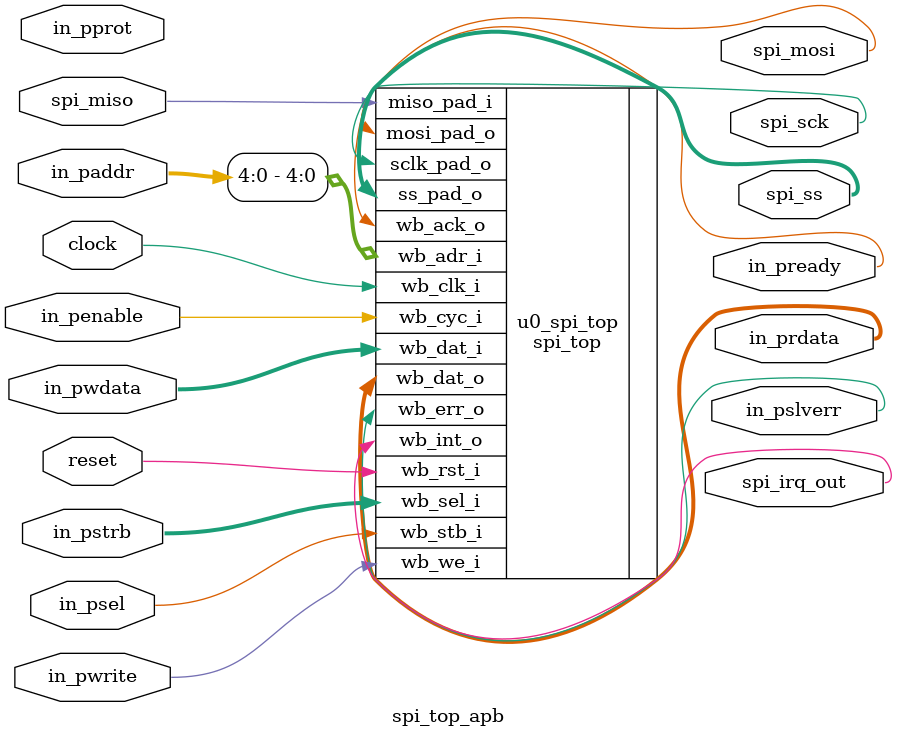
<source format=v>

module spi_top_apb #(
    parameter flash_addr_start = 32'h30000000,
    parameter flash_addr_end   = 32'h3fffffff,
    parameter spi_ss_num       = 8
) (
    input         clock,
    input         reset,
    input  [31:0] in_paddr,
    input         in_psel,
    input         in_penable,
    input  [ 2:0] in_pprot,
    input         in_pwrite,
    input  [31:0] in_pwdata,
    input  [ 3:0] in_pstrb,
    output        in_pready,
    output [31:0] in_prdata,
    output        in_pslverr,

    output                  spi_sck,
    output [spi_ss_num-1:0] spi_ss,
    output                  spi_mosi,
    input                   spi_miso,
    output                  spi_irq_out
);

`ifdef FAST_FLASH

  wire [31:0] data;
  parameter invalid_cmd = 8'h0;
  flash_cmd flash_cmd_i (
      .clock(clock),
      .valid(in_psel && !in_penable),
      .cmd  (in_pwrite ? invalid_cmd : 8'h03),
      .addr ({8'b0, in_paddr[23:2], 2'b0}),
      .data (data)
  );
  assign spi_sck     = 1'b0;
  assign spi_ss      = 8'b0;
  assign spi_mosi    = 1'b1;
  assign spi_irq_out = 1'b0;
  assign in_pslverr  = 1'b0;
  assign in_pready   = in_penable && in_psel && !in_pwrite;
  assign in_prdata   = data[31:0];

`else

  spi_top u0_spi_top (
      .wb_clk_i(clock),
      .wb_rst_i(reset),
      .wb_adr_i(in_paddr[4:0]),
      .wb_dat_i(in_pwdata),
      .wb_dat_o(in_prdata),
      .wb_sel_i(in_pstrb),
      .wb_we_i (in_pwrite),
      .wb_stb_i(in_psel),
      .wb_cyc_i(in_penable),
      .wb_ack_o(in_pready),
      .wb_err_o(in_pslverr),
      .wb_int_o(spi_irq_out),

      .ss_pad_o  (spi_ss),
      .sclk_pad_o(spi_sck),
      .mosi_pad_o(spi_mosi),
      .miso_pad_i(spi_miso)
  );

`endif  // FAST_FLASH

endmodule

</source>
